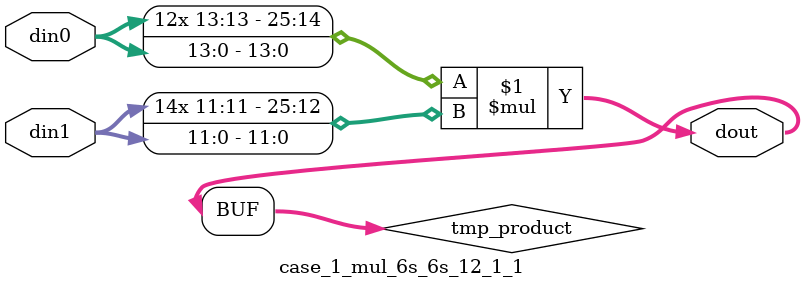
<source format=v>

`timescale 1 ns / 1 ps

 module case_1_mul_6s_6s_12_1_1(din0, din1, dout);
parameter ID = 1;
parameter NUM_STAGE = 0;
parameter din0_WIDTH = 14;
parameter din1_WIDTH = 12;
parameter dout_WIDTH = 26;

input [din0_WIDTH - 1 : 0] din0; 
input [din1_WIDTH - 1 : 0] din1; 
output [dout_WIDTH - 1 : 0] dout;

wire signed [dout_WIDTH - 1 : 0] tmp_product;



























assign tmp_product = $signed(din0) * $signed(din1);








assign dout = tmp_product;





















endmodule

</source>
